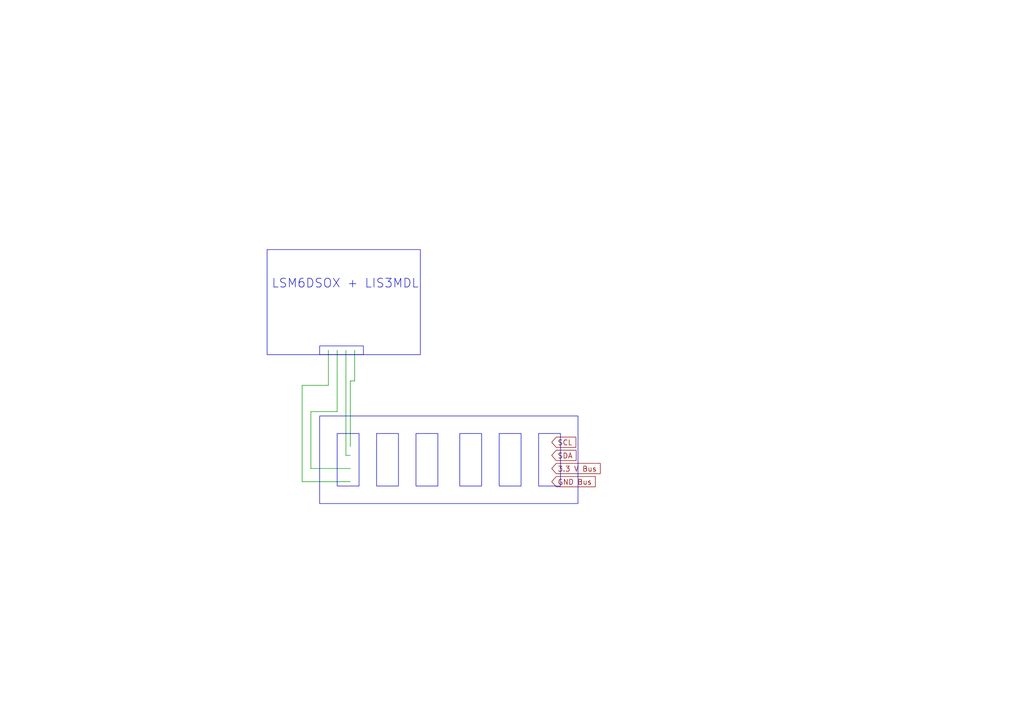
<source format=kicad_sch>
(kicad_sch (version 20230121) (generator eeschema)
  (paper "A4")
  (lib_symbols)
  (wire (pts (xy 87.63 139.7) (xy 87.63 111.76)))
  (wire (pts (xy 101.6 110.49) (xy 102.87 110.49)))
  (wire (pts (xy 101.6 129.54) (xy 101.6 110.49)))
  (wire (pts (xy 97.79 119.38) (xy 90.17 119.38)))
  (wire (pts (xy 97.79 101.6) (xy 97.79 119.38)))
  (wire (pts (xy 95.25 101.6) (xy 95.25 111.76)))
  (wire (pts (xy 87.63 111.76) (xy 95.25 111.76)))
  (wire (pts (xy 101.6 139.7) (xy 87.63 139.7)))
  (wire (pts (xy 102.87 101.6) (xy 102.87 110.49)))
  (wire (pts (xy 90.17 135.89) (xy 101.6 135.89)))
  (wire (pts (xy 100.33 101.6) (xy 100.33 132.08)))
  (wire (pts (xy 101.6 132.08) (xy 100.33 132.08)))
  (wire (pts (xy 90.17 119.38) (xy 90.17 135.89)))
  (rectangle (start 92.71 100.33) (end 105.41 102.87))
  (rectangle (start 133.35 125.73) (end 139.7 140.97))
  (rectangle (start 109.22 125.73) (end 115.57 140.97))
  (rectangle (start 97.79 125.73) (end 104.14 140.97))
  (rectangle (start 77.47 72.39) (end 121.92 102.87))
  (rectangle (start 92.71 120.65) (end 167.64 146.05))
  (rectangle (start 156.21 125.73) (end 162.56 140.97))
  (rectangle (start 144.78 125.73) (end 151.13 140.97))
  (rectangle (start 120.65 125.73) (end 127 140.97))
  (text "LSM6DSOX + LIS3MDL" (at 78.74 83.82 0) (effects (font (size 2.55 2.55)) (justify left bottom)))
  (global_label "GND Bus" (shape input) (at 160.02 139.7 0) (effects (font (size 1.5 1.5))) (property "Intersheetrefs" "${INTERSHEET_REFS}" (effects hide)))
  (global_label "SDA" (shape input) (at 160.02 132.08 0) (effects (font (size 1.5 1.5))) (property "Intersheetrefs" "${INTERSHEET_REFS}" (effects hide)))
  (global_label "SCL" (shape input) (at 160.02 128.27 0) (effects (font (size 1.5 1.5))) (property "Intersheetrefs" "${INTERSHEET_REFS}" (effects hide)))
  (global_label "3.3 V Bus" (shape input) (at 160.02 135.89 0) (effects (font (size 1.5 1.5))) (property "Intersheetrefs" "${INTERSHEET_REFS}" (effects hide)))
)
</source>
